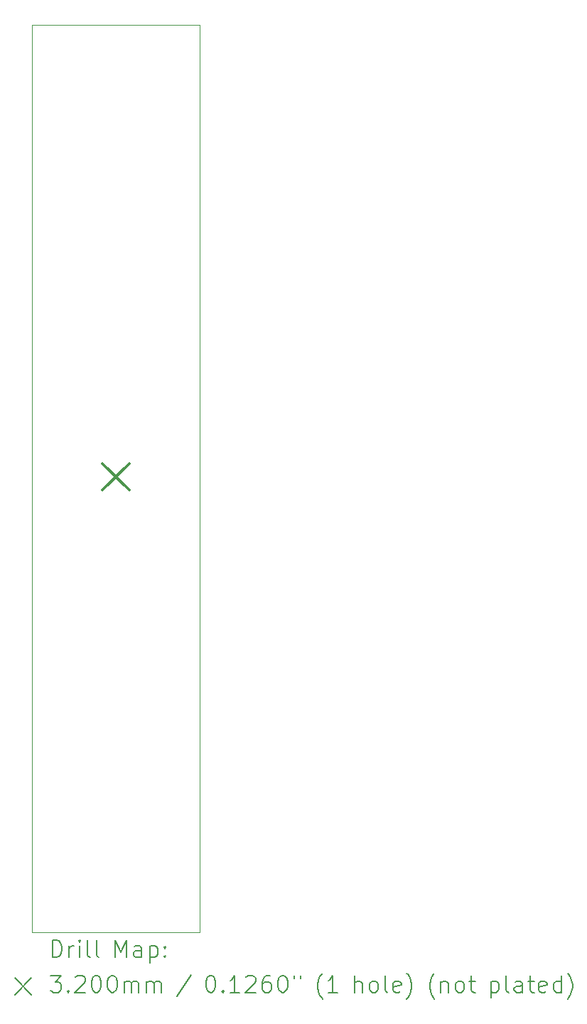
<source format=gbr>
%TF.GenerationSoftware,KiCad,Pcbnew,(7.0.0)*%
%TF.CreationDate,2023-04-30T16:44:00+02:00*%
%TF.ProjectId,midi-sync-module,6d696469-2d73-4796-9e63-2d6d6f64756c,rev?*%
%TF.SameCoordinates,Original*%
%TF.FileFunction,Drillmap*%
%TF.FilePolarity,Positive*%
%FSLAX45Y45*%
G04 Gerber Fmt 4.5, Leading zero omitted, Abs format (unit mm)*
G04 Created by KiCad (PCBNEW (7.0.0)) date 2023-04-30 16:44:00*
%MOMM*%
%LPD*%
G01*
G04 APERTURE LIST*
%ADD10C,0.100000*%
%ADD11C,0.200000*%
%ADD12C,0.320000*%
G04 APERTURE END LIST*
D10*
X17500000Y-3600000D02*
X19500000Y-3600000D01*
X19500000Y-3600000D02*
X19500000Y-14400000D01*
X19500000Y-14400000D02*
X17500000Y-14400000D01*
X17500000Y-14400000D02*
X17500000Y-3600000D01*
D11*
D12*
X18340000Y-8820000D02*
X18660000Y-9140000D01*
X18660000Y-8820000D02*
X18340000Y-9140000D01*
D11*
X17742619Y-14698476D02*
X17742619Y-14498476D01*
X17742619Y-14498476D02*
X17790238Y-14498476D01*
X17790238Y-14498476D02*
X17818810Y-14508000D01*
X17818810Y-14508000D02*
X17837857Y-14527048D01*
X17837857Y-14527048D02*
X17847381Y-14546095D01*
X17847381Y-14546095D02*
X17856905Y-14584190D01*
X17856905Y-14584190D02*
X17856905Y-14612762D01*
X17856905Y-14612762D02*
X17847381Y-14650857D01*
X17847381Y-14650857D02*
X17837857Y-14669905D01*
X17837857Y-14669905D02*
X17818810Y-14688952D01*
X17818810Y-14688952D02*
X17790238Y-14698476D01*
X17790238Y-14698476D02*
X17742619Y-14698476D01*
X17942619Y-14698476D02*
X17942619Y-14565143D01*
X17942619Y-14603238D02*
X17952143Y-14584190D01*
X17952143Y-14584190D02*
X17961667Y-14574667D01*
X17961667Y-14574667D02*
X17980714Y-14565143D01*
X17980714Y-14565143D02*
X17999762Y-14565143D01*
X18066429Y-14698476D02*
X18066429Y-14565143D01*
X18066429Y-14498476D02*
X18056905Y-14508000D01*
X18056905Y-14508000D02*
X18066429Y-14517524D01*
X18066429Y-14517524D02*
X18075952Y-14508000D01*
X18075952Y-14508000D02*
X18066429Y-14498476D01*
X18066429Y-14498476D02*
X18066429Y-14517524D01*
X18190238Y-14698476D02*
X18171190Y-14688952D01*
X18171190Y-14688952D02*
X18161667Y-14669905D01*
X18161667Y-14669905D02*
X18161667Y-14498476D01*
X18295000Y-14698476D02*
X18275952Y-14688952D01*
X18275952Y-14688952D02*
X18266429Y-14669905D01*
X18266429Y-14669905D02*
X18266429Y-14498476D01*
X18491190Y-14698476D02*
X18491190Y-14498476D01*
X18491190Y-14498476D02*
X18557857Y-14641333D01*
X18557857Y-14641333D02*
X18624524Y-14498476D01*
X18624524Y-14498476D02*
X18624524Y-14698476D01*
X18805476Y-14698476D02*
X18805476Y-14593714D01*
X18805476Y-14593714D02*
X18795952Y-14574667D01*
X18795952Y-14574667D02*
X18776905Y-14565143D01*
X18776905Y-14565143D02*
X18738809Y-14565143D01*
X18738809Y-14565143D02*
X18719762Y-14574667D01*
X18805476Y-14688952D02*
X18786429Y-14698476D01*
X18786429Y-14698476D02*
X18738809Y-14698476D01*
X18738809Y-14698476D02*
X18719762Y-14688952D01*
X18719762Y-14688952D02*
X18710238Y-14669905D01*
X18710238Y-14669905D02*
X18710238Y-14650857D01*
X18710238Y-14650857D02*
X18719762Y-14631809D01*
X18719762Y-14631809D02*
X18738809Y-14622286D01*
X18738809Y-14622286D02*
X18786429Y-14622286D01*
X18786429Y-14622286D02*
X18805476Y-14612762D01*
X18900714Y-14565143D02*
X18900714Y-14765143D01*
X18900714Y-14574667D02*
X18919762Y-14565143D01*
X18919762Y-14565143D02*
X18957857Y-14565143D01*
X18957857Y-14565143D02*
X18976905Y-14574667D01*
X18976905Y-14574667D02*
X18986429Y-14584190D01*
X18986429Y-14584190D02*
X18995952Y-14603238D01*
X18995952Y-14603238D02*
X18995952Y-14660381D01*
X18995952Y-14660381D02*
X18986429Y-14679428D01*
X18986429Y-14679428D02*
X18976905Y-14688952D01*
X18976905Y-14688952D02*
X18957857Y-14698476D01*
X18957857Y-14698476D02*
X18919762Y-14698476D01*
X18919762Y-14698476D02*
X18900714Y-14688952D01*
X19081667Y-14679428D02*
X19091190Y-14688952D01*
X19091190Y-14688952D02*
X19081667Y-14698476D01*
X19081667Y-14698476D02*
X19072143Y-14688952D01*
X19072143Y-14688952D02*
X19081667Y-14679428D01*
X19081667Y-14679428D02*
X19081667Y-14698476D01*
X19081667Y-14574667D02*
X19091190Y-14584190D01*
X19091190Y-14584190D02*
X19081667Y-14593714D01*
X19081667Y-14593714D02*
X19072143Y-14584190D01*
X19072143Y-14584190D02*
X19081667Y-14574667D01*
X19081667Y-14574667D02*
X19081667Y-14593714D01*
X17295000Y-14945000D02*
X17495000Y-15145000D01*
X17495000Y-14945000D02*
X17295000Y-15145000D01*
X17723571Y-14918476D02*
X17847381Y-14918476D01*
X17847381Y-14918476D02*
X17780714Y-14994667D01*
X17780714Y-14994667D02*
X17809286Y-14994667D01*
X17809286Y-14994667D02*
X17828333Y-15004190D01*
X17828333Y-15004190D02*
X17837857Y-15013714D01*
X17837857Y-15013714D02*
X17847381Y-15032762D01*
X17847381Y-15032762D02*
X17847381Y-15080381D01*
X17847381Y-15080381D02*
X17837857Y-15099428D01*
X17837857Y-15099428D02*
X17828333Y-15108952D01*
X17828333Y-15108952D02*
X17809286Y-15118476D01*
X17809286Y-15118476D02*
X17752143Y-15118476D01*
X17752143Y-15118476D02*
X17733095Y-15108952D01*
X17733095Y-15108952D02*
X17723571Y-15099428D01*
X17933095Y-15099428D02*
X17942619Y-15108952D01*
X17942619Y-15108952D02*
X17933095Y-15118476D01*
X17933095Y-15118476D02*
X17923571Y-15108952D01*
X17923571Y-15108952D02*
X17933095Y-15099428D01*
X17933095Y-15099428D02*
X17933095Y-15118476D01*
X18018810Y-14937524D02*
X18028333Y-14928000D01*
X18028333Y-14928000D02*
X18047381Y-14918476D01*
X18047381Y-14918476D02*
X18095000Y-14918476D01*
X18095000Y-14918476D02*
X18114048Y-14928000D01*
X18114048Y-14928000D02*
X18123571Y-14937524D01*
X18123571Y-14937524D02*
X18133095Y-14956571D01*
X18133095Y-14956571D02*
X18133095Y-14975619D01*
X18133095Y-14975619D02*
X18123571Y-15004190D01*
X18123571Y-15004190D02*
X18009286Y-15118476D01*
X18009286Y-15118476D02*
X18133095Y-15118476D01*
X18256905Y-14918476D02*
X18275952Y-14918476D01*
X18275952Y-14918476D02*
X18295000Y-14928000D01*
X18295000Y-14928000D02*
X18304524Y-14937524D01*
X18304524Y-14937524D02*
X18314048Y-14956571D01*
X18314048Y-14956571D02*
X18323571Y-14994667D01*
X18323571Y-14994667D02*
X18323571Y-15042286D01*
X18323571Y-15042286D02*
X18314048Y-15080381D01*
X18314048Y-15080381D02*
X18304524Y-15099428D01*
X18304524Y-15099428D02*
X18295000Y-15108952D01*
X18295000Y-15108952D02*
X18275952Y-15118476D01*
X18275952Y-15118476D02*
X18256905Y-15118476D01*
X18256905Y-15118476D02*
X18237857Y-15108952D01*
X18237857Y-15108952D02*
X18228333Y-15099428D01*
X18228333Y-15099428D02*
X18218810Y-15080381D01*
X18218810Y-15080381D02*
X18209286Y-15042286D01*
X18209286Y-15042286D02*
X18209286Y-14994667D01*
X18209286Y-14994667D02*
X18218810Y-14956571D01*
X18218810Y-14956571D02*
X18228333Y-14937524D01*
X18228333Y-14937524D02*
X18237857Y-14928000D01*
X18237857Y-14928000D02*
X18256905Y-14918476D01*
X18447381Y-14918476D02*
X18466429Y-14918476D01*
X18466429Y-14918476D02*
X18485476Y-14928000D01*
X18485476Y-14928000D02*
X18495000Y-14937524D01*
X18495000Y-14937524D02*
X18504524Y-14956571D01*
X18504524Y-14956571D02*
X18514048Y-14994667D01*
X18514048Y-14994667D02*
X18514048Y-15042286D01*
X18514048Y-15042286D02*
X18504524Y-15080381D01*
X18504524Y-15080381D02*
X18495000Y-15099428D01*
X18495000Y-15099428D02*
X18485476Y-15108952D01*
X18485476Y-15108952D02*
X18466429Y-15118476D01*
X18466429Y-15118476D02*
X18447381Y-15118476D01*
X18447381Y-15118476D02*
X18428333Y-15108952D01*
X18428333Y-15108952D02*
X18418810Y-15099428D01*
X18418810Y-15099428D02*
X18409286Y-15080381D01*
X18409286Y-15080381D02*
X18399762Y-15042286D01*
X18399762Y-15042286D02*
X18399762Y-14994667D01*
X18399762Y-14994667D02*
X18409286Y-14956571D01*
X18409286Y-14956571D02*
X18418810Y-14937524D01*
X18418810Y-14937524D02*
X18428333Y-14928000D01*
X18428333Y-14928000D02*
X18447381Y-14918476D01*
X18599762Y-15118476D02*
X18599762Y-14985143D01*
X18599762Y-15004190D02*
X18609286Y-14994667D01*
X18609286Y-14994667D02*
X18628333Y-14985143D01*
X18628333Y-14985143D02*
X18656905Y-14985143D01*
X18656905Y-14985143D02*
X18675952Y-14994667D01*
X18675952Y-14994667D02*
X18685476Y-15013714D01*
X18685476Y-15013714D02*
X18685476Y-15118476D01*
X18685476Y-15013714D02*
X18695000Y-14994667D01*
X18695000Y-14994667D02*
X18714048Y-14985143D01*
X18714048Y-14985143D02*
X18742619Y-14985143D01*
X18742619Y-14985143D02*
X18761667Y-14994667D01*
X18761667Y-14994667D02*
X18771191Y-15013714D01*
X18771191Y-15013714D02*
X18771191Y-15118476D01*
X18866429Y-15118476D02*
X18866429Y-14985143D01*
X18866429Y-15004190D02*
X18875952Y-14994667D01*
X18875952Y-14994667D02*
X18895000Y-14985143D01*
X18895000Y-14985143D02*
X18923572Y-14985143D01*
X18923572Y-14985143D02*
X18942619Y-14994667D01*
X18942619Y-14994667D02*
X18952143Y-15013714D01*
X18952143Y-15013714D02*
X18952143Y-15118476D01*
X18952143Y-15013714D02*
X18961667Y-14994667D01*
X18961667Y-14994667D02*
X18980714Y-14985143D01*
X18980714Y-14985143D02*
X19009286Y-14985143D01*
X19009286Y-14985143D02*
X19028333Y-14994667D01*
X19028333Y-14994667D02*
X19037857Y-15013714D01*
X19037857Y-15013714D02*
X19037857Y-15118476D01*
X19395952Y-14908952D02*
X19224524Y-15166095D01*
X19620714Y-14918476D02*
X19639762Y-14918476D01*
X19639762Y-14918476D02*
X19658810Y-14928000D01*
X19658810Y-14928000D02*
X19668333Y-14937524D01*
X19668333Y-14937524D02*
X19677857Y-14956571D01*
X19677857Y-14956571D02*
X19687381Y-14994667D01*
X19687381Y-14994667D02*
X19687381Y-15042286D01*
X19687381Y-15042286D02*
X19677857Y-15080381D01*
X19677857Y-15080381D02*
X19668333Y-15099428D01*
X19668333Y-15099428D02*
X19658810Y-15108952D01*
X19658810Y-15108952D02*
X19639762Y-15118476D01*
X19639762Y-15118476D02*
X19620714Y-15118476D01*
X19620714Y-15118476D02*
X19601667Y-15108952D01*
X19601667Y-15108952D02*
X19592143Y-15099428D01*
X19592143Y-15099428D02*
X19582619Y-15080381D01*
X19582619Y-15080381D02*
X19573095Y-15042286D01*
X19573095Y-15042286D02*
X19573095Y-14994667D01*
X19573095Y-14994667D02*
X19582619Y-14956571D01*
X19582619Y-14956571D02*
X19592143Y-14937524D01*
X19592143Y-14937524D02*
X19601667Y-14928000D01*
X19601667Y-14928000D02*
X19620714Y-14918476D01*
X19773095Y-15099428D02*
X19782619Y-15108952D01*
X19782619Y-15108952D02*
X19773095Y-15118476D01*
X19773095Y-15118476D02*
X19763572Y-15108952D01*
X19763572Y-15108952D02*
X19773095Y-15099428D01*
X19773095Y-15099428D02*
X19773095Y-15118476D01*
X19973095Y-15118476D02*
X19858810Y-15118476D01*
X19915952Y-15118476D02*
X19915952Y-14918476D01*
X19915952Y-14918476D02*
X19896905Y-14947048D01*
X19896905Y-14947048D02*
X19877857Y-14966095D01*
X19877857Y-14966095D02*
X19858810Y-14975619D01*
X20049286Y-14937524D02*
X20058810Y-14928000D01*
X20058810Y-14928000D02*
X20077857Y-14918476D01*
X20077857Y-14918476D02*
X20125476Y-14918476D01*
X20125476Y-14918476D02*
X20144524Y-14928000D01*
X20144524Y-14928000D02*
X20154048Y-14937524D01*
X20154048Y-14937524D02*
X20163572Y-14956571D01*
X20163572Y-14956571D02*
X20163572Y-14975619D01*
X20163572Y-14975619D02*
X20154048Y-15004190D01*
X20154048Y-15004190D02*
X20039762Y-15118476D01*
X20039762Y-15118476D02*
X20163572Y-15118476D01*
X20335000Y-14918476D02*
X20296905Y-14918476D01*
X20296905Y-14918476D02*
X20277857Y-14928000D01*
X20277857Y-14928000D02*
X20268333Y-14937524D01*
X20268333Y-14937524D02*
X20249286Y-14966095D01*
X20249286Y-14966095D02*
X20239762Y-15004190D01*
X20239762Y-15004190D02*
X20239762Y-15080381D01*
X20239762Y-15080381D02*
X20249286Y-15099428D01*
X20249286Y-15099428D02*
X20258810Y-15108952D01*
X20258810Y-15108952D02*
X20277857Y-15118476D01*
X20277857Y-15118476D02*
X20315953Y-15118476D01*
X20315953Y-15118476D02*
X20335000Y-15108952D01*
X20335000Y-15108952D02*
X20344524Y-15099428D01*
X20344524Y-15099428D02*
X20354048Y-15080381D01*
X20354048Y-15080381D02*
X20354048Y-15032762D01*
X20354048Y-15032762D02*
X20344524Y-15013714D01*
X20344524Y-15013714D02*
X20335000Y-15004190D01*
X20335000Y-15004190D02*
X20315953Y-14994667D01*
X20315953Y-14994667D02*
X20277857Y-14994667D01*
X20277857Y-14994667D02*
X20258810Y-15004190D01*
X20258810Y-15004190D02*
X20249286Y-15013714D01*
X20249286Y-15013714D02*
X20239762Y-15032762D01*
X20477857Y-14918476D02*
X20496905Y-14918476D01*
X20496905Y-14918476D02*
X20515953Y-14928000D01*
X20515953Y-14928000D02*
X20525476Y-14937524D01*
X20525476Y-14937524D02*
X20535000Y-14956571D01*
X20535000Y-14956571D02*
X20544524Y-14994667D01*
X20544524Y-14994667D02*
X20544524Y-15042286D01*
X20544524Y-15042286D02*
X20535000Y-15080381D01*
X20535000Y-15080381D02*
X20525476Y-15099428D01*
X20525476Y-15099428D02*
X20515953Y-15108952D01*
X20515953Y-15108952D02*
X20496905Y-15118476D01*
X20496905Y-15118476D02*
X20477857Y-15118476D01*
X20477857Y-15118476D02*
X20458810Y-15108952D01*
X20458810Y-15108952D02*
X20449286Y-15099428D01*
X20449286Y-15099428D02*
X20439762Y-15080381D01*
X20439762Y-15080381D02*
X20430238Y-15042286D01*
X20430238Y-15042286D02*
X20430238Y-14994667D01*
X20430238Y-14994667D02*
X20439762Y-14956571D01*
X20439762Y-14956571D02*
X20449286Y-14937524D01*
X20449286Y-14937524D02*
X20458810Y-14928000D01*
X20458810Y-14928000D02*
X20477857Y-14918476D01*
X20620714Y-14918476D02*
X20620714Y-14956571D01*
X20696905Y-14918476D02*
X20696905Y-14956571D01*
X20959762Y-15194667D02*
X20950238Y-15185143D01*
X20950238Y-15185143D02*
X20931191Y-15156571D01*
X20931191Y-15156571D02*
X20921667Y-15137524D01*
X20921667Y-15137524D02*
X20912143Y-15108952D01*
X20912143Y-15108952D02*
X20902619Y-15061333D01*
X20902619Y-15061333D02*
X20902619Y-15023238D01*
X20902619Y-15023238D02*
X20912143Y-14975619D01*
X20912143Y-14975619D02*
X20921667Y-14947048D01*
X20921667Y-14947048D02*
X20931191Y-14928000D01*
X20931191Y-14928000D02*
X20950238Y-14899428D01*
X20950238Y-14899428D02*
X20959762Y-14889905D01*
X21140714Y-15118476D02*
X21026429Y-15118476D01*
X21083572Y-15118476D02*
X21083572Y-14918476D01*
X21083572Y-14918476D02*
X21064524Y-14947048D01*
X21064524Y-14947048D02*
X21045476Y-14966095D01*
X21045476Y-14966095D02*
X21026429Y-14975619D01*
X21346429Y-15118476D02*
X21346429Y-14918476D01*
X21432143Y-15118476D02*
X21432143Y-15013714D01*
X21432143Y-15013714D02*
X21422619Y-14994667D01*
X21422619Y-14994667D02*
X21403572Y-14985143D01*
X21403572Y-14985143D02*
X21375000Y-14985143D01*
X21375000Y-14985143D02*
X21355953Y-14994667D01*
X21355953Y-14994667D02*
X21346429Y-15004190D01*
X21555953Y-15118476D02*
X21536905Y-15108952D01*
X21536905Y-15108952D02*
X21527381Y-15099428D01*
X21527381Y-15099428D02*
X21517857Y-15080381D01*
X21517857Y-15080381D02*
X21517857Y-15023238D01*
X21517857Y-15023238D02*
X21527381Y-15004190D01*
X21527381Y-15004190D02*
X21536905Y-14994667D01*
X21536905Y-14994667D02*
X21555953Y-14985143D01*
X21555953Y-14985143D02*
X21584524Y-14985143D01*
X21584524Y-14985143D02*
X21603572Y-14994667D01*
X21603572Y-14994667D02*
X21613095Y-15004190D01*
X21613095Y-15004190D02*
X21622619Y-15023238D01*
X21622619Y-15023238D02*
X21622619Y-15080381D01*
X21622619Y-15080381D02*
X21613095Y-15099428D01*
X21613095Y-15099428D02*
X21603572Y-15108952D01*
X21603572Y-15108952D02*
X21584524Y-15118476D01*
X21584524Y-15118476D02*
X21555953Y-15118476D01*
X21736905Y-15118476D02*
X21717857Y-15108952D01*
X21717857Y-15108952D02*
X21708334Y-15089905D01*
X21708334Y-15089905D02*
X21708334Y-14918476D01*
X21889286Y-15108952D02*
X21870238Y-15118476D01*
X21870238Y-15118476D02*
X21832143Y-15118476D01*
X21832143Y-15118476D02*
X21813095Y-15108952D01*
X21813095Y-15108952D02*
X21803572Y-15089905D01*
X21803572Y-15089905D02*
X21803572Y-15013714D01*
X21803572Y-15013714D02*
X21813095Y-14994667D01*
X21813095Y-14994667D02*
X21832143Y-14985143D01*
X21832143Y-14985143D02*
X21870238Y-14985143D01*
X21870238Y-14985143D02*
X21889286Y-14994667D01*
X21889286Y-14994667D02*
X21898810Y-15013714D01*
X21898810Y-15013714D02*
X21898810Y-15032762D01*
X21898810Y-15032762D02*
X21803572Y-15051809D01*
X21965476Y-15194667D02*
X21975000Y-15185143D01*
X21975000Y-15185143D02*
X21994048Y-15156571D01*
X21994048Y-15156571D02*
X22003572Y-15137524D01*
X22003572Y-15137524D02*
X22013095Y-15108952D01*
X22013095Y-15108952D02*
X22022619Y-15061333D01*
X22022619Y-15061333D02*
X22022619Y-15023238D01*
X22022619Y-15023238D02*
X22013095Y-14975619D01*
X22013095Y-14975619D02*
X22003572Y-14947048D01*
X22003572Y-14947048D02*
X21994048Y-14928000D01*
X21994048Y-14928000D02*
X21975000Y-14899428D01*
X21975000Y-14899428D02*
X21965476Y-14889905D01*
X22295000Y-15194667D02*
X22285476Y-15185143D01*
X22285476Y-15185143D02*
X22266429Y-15156571D01*
X22266429Y-15156571D02*
X22256905Y-15137524D01*
X22256905Y-15137524D02*
X22247381Y-15108952D01*
X22247381Y-15108952D02*
X22237857Y-15061333D01*
X22237857Y-15061333D02*
X22237857Y-15023238D01*
X22237857Y-15023238D02*
X22247381Y-14975619D01*
X22247381Y-14975619D02*
X22256905Y-14947048D01*
X22256905Y-14947048D02*
X22266429Y-14928000D01*
X22266429Y-14928000D02*
X22285476Y-14899428D01*
X22285476Y-14899428D02*
X22295000Y-14889905D01*
X22371191Y-14985143D02*
X22371191Y-15118476D01*
X22371191Y-15004190D02*
X22380714Y-14994667D01*
X22380714Y-14994667D02*
X22399762Y-14985143D01*
X22399762Y-14985143D02*
X22428333Y-14985143D01*
X22428333Y-14985143D02*
X22447381Y-14994667D01*
X22447381Y-14994667D02*
X22456905Y-15013714D01*
X22456905Y-15013714D02*
X22456905Y-15118476D01*
X22580714Y-15118476D02*
X22561667Y-15108952D01*
X22561667Y-15108952D02*
X22552143Y-15099428D01*
X22552143Y-15099428D02*
X22542619Y-15080381D01*
X22542619Y-15080381D02*
X22542619Y-15023238D01*
X22542619Y-15023238D02*
X22552143Y-15004190D01*
X22552143Y-15004190D02*
X22561667Y-14994667D01*
X22561667Y-14994667D02*
X22580714Y-14985143D01*
X22580714Y-14985143D02*
X22609286Y-14985143D01*
X22609286Y-14985143D02*
X22628333Y-14994667D01*
X22628333Y-14994667D02*
X22637857Y-15004190D01*
X22637857Y-15004190D02*
X22647381Y-15023238D01*
X22647381Y-15023238D02*
X22647381Y-15080381D01*
X22647381Y-15080381D02*
X22637857Y-15099428D01*
X22637857Y-15099428D02*
X22628333Y-15108952D01*
X22628333Y-15108952D02*
X22609286Y-15118476D01*
X22609286Y-15118476D02*
X22580714Y-15118476D01*
X22704524Y-14985143D02*
X22780714Y-14985143D01*
X22733095Y-14918476D02*
X22733095Y-15089905D01*
X22733095Y-15089905D02*
X22742619Y-15108952D01*
X22742619Y-15108952D02*
X22761667Y-15118476D01*
X22761667Y-15118476D02*
X22780714Y-15118476D01*
X22967381Y-14985143D02*
X22967381Y-15185143D01*
X22967381Y-14994667D02*
X22986429Y-14985143D01*
X22986429Y-14985143D02*
X23024524Y-14985143D01*
X23024524Y-14985143D02*
X23043572Y-14994667D01*
X23043572Y-14994667D02*
X23053095Y-15004190D01*
X23053095Y-15004190D02*
X23062619Y-15023238D01*
X23062619Y-15023238D02*
X23062619Y-15080381D01*
X23062619Y-15080381D02*
X23053095Y-15099428D01*
X23053095Y-15099428D02*
X23043572Y-15108952D01*
X23043572Y-15108952D02*
X23024524Y-15118476D01*
X23024524Y-15118476D02*
X22986429Y-15118476D01*
X22986429Y-15118476D02*
X22967381Y-15108952D01*
X23176905Y-15118476D02*
X23157857Y-15108952D01*
X23157857Y-15108952D02*
X23148333Y-15089905D01*
X23148333Y-15089905D02*
X23148333Y-14918476D01*
X23338810Y-15118476D02*
X23338810Y-15013714D01*
X23338810Y-15013714D02*
X23329286Y-14994667D01*
X23329286Y-14994667D02*
X23310238Y-14985143D01*
X23310238Y-14985143D02*
X23272143Y-14985143D01*
X23272143Y-14985143D02*
X23253095Y-14994667D01*
X23338810Y-15108952D02*
X23319762Y-15118476D01*
X23319762Y-15118476D02*
X23272143Y-15118476D01*
X23272143Y-15118476D02*
X23253095Y-15108952D01*
X23253095Y-15108952D02*
X23243572Y-15089905D01*
X23243572Y-15089905D02*
X23243572Y-15070857D01*
X23243572Y-15070857D02*
X23253095Y-15051809D01*
X23253095Y-15051809D02*
X23272143Y-15042286D01*
X23272143Y-15042286D02*
X23319762Y-15042286D01*
X23319762Y-15042286D02*
X23338810Y-15032762D01*
X23405476Y-14985143D02*
X23481667Y-14985143D01*
X23434048Y-14918476D02*
X23434048Y-15089905D01*
X23434048Y-15089905D02*
X23443572Y-15108952D01*
X23443572Y-15108952D02*
X23462619Y-15118476D01*
X23462619Y-15118476D02*
X23481667Y-15118476D01*
X23624524Y-15108952D02*
X23605476Y-15118476D01*
X23605476Y-15118476D02*
X23567381Y-15118476D01*
X23567381Y-15118476D02*
X23548333Y-15108952D01*
X23548333Y-15108952D02*
X23538810Y-15089905D01*
X23538810Y-15089905D02*
X23538810Y-15013714D01*
X23538810Y-15013714D02*
X23548333Y-14994667D01*
X23548333Y-14994667D02*
X23567381Y-14985143D01*
X23567381Y-14985143D02*
X23605476Y-14985143D01*
X23605476Y-14985143D02*
X23624524Y-14994667D01*
X23624524Y-14994667D02*
X23634048Y-15013714D01*
X23634048Y-15013714D02*
X23634048Y-15032762D01*
X23634048Y-15032762D02*
X23538810Y-15051809D01*
X23805476Y-15118476D02*
X23805476Y-14918476D01*
X23805476Y-15108952D02*
X23786429Y-15118476D01*
X23786429Y-15118476D02*
X23748333Y-15118476D01*
X23748333Y-15118476D02*
X23729286Y-15108952D01*
X23729286Y-15108952D02*
X23719762Y-15099428D01*
X23719762Y-15099428D02*
X23710238Y-15080381D01*
X23710238Y-15080381D02*
X23710238Y-15023238D01*
X23710238Y-15023238D02*
X23719762Y-15004190D01*
X23719762Y-15004190D02*
X23729286Y-14994667D01*
X23729286Y-14994667D02*
X23748333Y-14985143D01*
X23748333Y-14985143D02*
X23786429Y-14985143D01*
X23786429Y-14985143D02*
X23805476Y-14994667D01*
X23881667Y-15194667D02*
X23891191Y-15185143D01*
X23891191Y-15185143D02*
X23910238Y-15156571D01*
X23910238Y-15156571D02*
X23919762Y-15137524D01*
X23919762Y-15137524D02*
X23929286Y-15108952D01*
X23929286Y-15108952D02*
X23938810Y-15061333D01*
X23938810Y-15061333D02*
X23938810Y-15023238D01*
X23938810Y-15023238D02*
X23929286Y-14975619D01*
X23929286Y-14975619D02*
X23919762Y-14947048D01*
X23919762Y-14947048D02*
X23910238Y-14928000D01*
X23910238Y-14928000D02*
X23891191Y-14899428D01*
X23891191Y-14899428D02*
X23881667Y-14889905D01*
M02*

</source>
